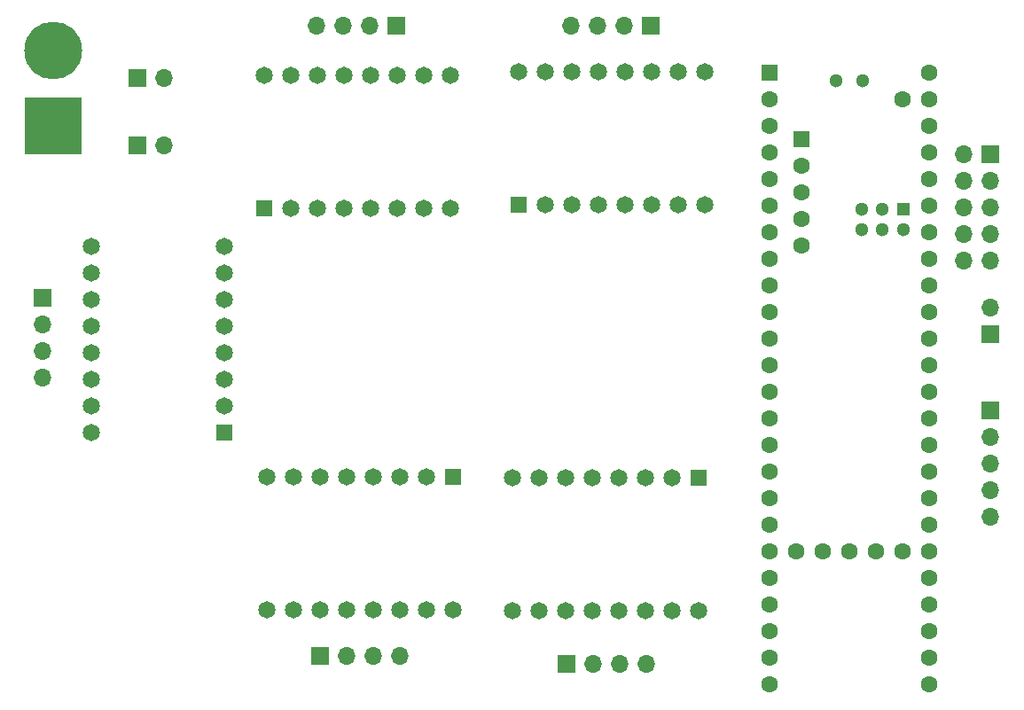
<source format=gbr>
G04 #@! TF.GenerationSoftware,KiCad,Pcbnew,(5.1.5-0-10_14)*
G04 #@! TF.CreationDate,2021-03-22T23:07:49-05:00*
G04 #@! TF.ProjectId,Board,426f6172-642e-46b6-9963-61645f706362,rev?*
G04 #@! TF.SameCoordinates,Original*
G04 #@! TF.FileFunction,Copper,L1,Top*
G04 #@! TF.FilePolarity,Positive*
%FSLAX46Y46*%
G04 Gerber Fmt 4.6, Leading zero omitted, Abs format (unit mm)*
G04 Created by KiCad (PCBNEW (5.1.5-0-10_14)) date 2021-03-22 23:07:49*
%MOMM*%
%LPD*%
G04 APERTURE LIST*
%ADD10R,1.700000X1.700000*%
%ADD11O,1.700000X1.700000*%
%ADD12C,1.650000*%
%ADD13R,1.650000X1.650000*%
%ADD14R,5.516000X5.516000*%
%ADD15C,5.516000*%
%ADD16C,1.600000*%
%ADD17R,1.600000X1.600000*%
%ADD18R,1.300000X1.300000*%
%ADD19C,1.300000*%
G04 APERTURE END LIST*
D10*
X195500000Y-11750000D03*
D11*
X195500000Y-14290000D03*
X195500000Y-16830000D03*
X195500000Y-19370000D03*
X195500000Y-21910000D03*
D10*
X131500000Y-35250000D03*
D11*
X134040000Y-35250000D03*
X136580000Y-35250000D03*
X139120000Y-35250000D03*
D12*
X133730000Y7542401D03*
X133730000Y20242401D03*
X136270000Y7542401D03*
X138810000Y7542401D03*
X141350000Y7542401D03*
X143890000Y7542401D03*
X131190000Y7542401D03*
X128650000Y7542401D03*
D13*
X126110000Y7542401D03*
D12*
X131190000Y20242401D03*
X128650000Y20242401D03*
X126110000Y20242401D03*
X136270000Y20242401D03*
X138810000Y20242401D03*
X141350000Y20242401D03*
X143890000Y20242401D03*
X126360000Y-30850000D03*
X128900000Y-30850000D03*
X131440000Y-30850000D03*
X133980000Y-30850000D03*
X144140000Y-30850000D03*
X141600000Y-30850000D03*
X139060000Y-30850000D03*
D13*
X144140000Y-18150000D03*
D12*
X141600000Y-18150000D03*
X139060000Y-18150000D03*
X126360000Y-18150000D03*
X128900000Y-18150000D03*
X131440000Y-18150000D03*
X133980000Y-18150000D03*
X136520000Y-30850000D03*
X136520000Y-18150000D03*
X158052601Y7852401D03*
X158052601Y20552401D03*
X160592601Y7852401D03*
X163132601Y7852401D03*
X165672601Y7852401D03*
X168212601Y7852401D03*
X155512601Y7852401D03*
X152972601Y7852401D03*
D13*
X150432601Y7852401D03*
D12*
X155512601Y20552401D03*
X152972601Y20552401D03*
X150432601Y20552401D03*
X160592601Y20552401D03*
X163132601Y20552401D03*
X165672601Y20552401D03*
X168212601Y20552401D03*
X160007399Y-18232401D03*
X160007399Y-30932401D03*
X157467399Y-18232401D03*
X154927399Y-18232401D03*
X152387399Y-18232401D03*
X149847399Y-18232401D03*
X162547399Y-18232401D03*
X165087399Y-18232401D03*
D13*
X167627399Y-18232401D03*
D12*
X162547399Y-30932401D03*
X165087399Y-30932401D03*
X167627399Y-30932401D03*
X157467399Y-30932401D03*
X154927399Y-30932401D03*
X152387399Y-30932401D03*
X149847399Y-30932401D03*
X109650000Y3890000D03*
X109650000Y1350000D03*
X109650000Y-1190000D03*
X109650000Y-3730000D03*
X109650000Y-13890000D03*
X109650000Y-11350000D03*
X109650000Y-8810000D03*
D13*
X122350000Y-13890000D03*
D12*
X122350000Y-11350000D03*
X122350000Y-8810000D03*
X122350000Y3890000D03*
X122350000Y1350000D03*
X122350000Y-1190000D03*
X122350000Y-3730000D03*
X109650000Y-6270000D03*
X122350000Y-6270000D03*
D11*
X131130000Y25000000D03*
X133670000Y25000000D03*
X136210000Y25000000D03*
D10*
X138750000Y25000000D03*
D11*
X155460000Y25000000D03*
X158000000Y25000000D03*
X160540000Y25000000D03*
D10*
X163080000Y25000000D03*
X155000000Y-36000000D03*
D11*
X157540000Y-36000000D03*
X160080000Y-36000000D03*
X162620000Y-36000000D03*
D10*
X105000000Y-1000000D03*
D11*
X105000000Y-3540000D03*
X105000000Y-6080000D03*
X105000000Y-8620000D03*
D14*
X106000000Y15400000D03*
D15*
X106000000Y22600000D03*
D10*
X114000000Y13597401D03*
D11*
X116540000Y13597401D03*
D10*
X195500000Y12750000D03*
D11*
X192960000Y12750000D03*
X195500000Y10210000D03*
X192960000Y10210000D03*
X195500000Y7670000D03*
X192960000Y7670000D03*
X195500000Y5130000D03*
X192960000Y5130000D03*
X195500000Y2590000D03*
X192960000Y2590000D03*
X116540000Y20000000D03*
D10*
X114000000Y20000000D03*
D16*
X187080000Y17920000D03*
X177430800Y4000800D03*
X177430800Y6540800D03*
X177430800Y9080800D03*
X177430800Y11620800D03*
D17*
X177430800Y14160800D03*
D16*
X189620000Y20460000D03*
X189620000Y17920000D03*
X189620000Y15380000D03*
X189620000Y12840000D03*
X189620000Y10300000D03*
X189620000Y7760000D03*
X189620000Y5220000D03*
X189620000Y2680000D03*
X189620000Y140000D03*
X189620000Y-2400000D03*
X189620000Y-4940000D03*
X189620000Y-7480000D03*
X189620000Y-10020000D03*
X189620000Y-12560000D03*
D17*
X174380000Y20460000D03*
D16*
X174380000Y17920000D03*
X174380000Y15380000D03*
X174380000Y12840000D03*
X174380000Y10300000D03*
X174380000Y7760000D03*
X174380000Y5220000D03*
X174380000Y2680000D03*
X174380000Y140000D03*
X174380000Y-2400000D03*
X174380000Y-4940000D03*
X174380000Y-7480000D03*
X174380000Y-10020000D03*
X189620000Y-15100000D03*
X189620000Y-17640000D03*
X189620000Y-20180000D03*
X189620000Y-22720000D03*
X189620000Y-25260000D03*
X189620000Y-27800000D03*
X189620000Y-30340000D03*
X189620000Y-32880000D03*
X189620000Y-35420000D03*
X189620000Y-37960000D03*
X174380000Y-37960000D03*
X174380000Y-35420000D03*
X174380000Y-32880000D03*
X174380000Y-30340000D03*
X174380000Y-12560000D03*
X174380000Y-15100000D03*
X174380000Y-17640000D03*
X174380000Y-27800000D03*
X174380000Y-25260000D03*
X174380000Y-22720000D03*
X174380000Y-20180000D03*
D18*
X187181600Y7490000D03*
D19*
X187181600Y5490000D03*
X185181600Y7490000D03*
X185181600Y5490000D03*
X183181600Y5490000D03*
X183181600Y7490000D03*
D16*
X176920000Y-25260000D03*
X179460000Y-25260000D03*
X182000000Y-25260000D03*
X184540000Y-25260000D03*
X187080000Y-25260000D03*
D19*
X180730000Y19730000D03*
X183270000Y19730000D03*
D10*
X195500000Y-4500000D03*
D11*
X195500000Y-1960000D03*
M02*

</source>
